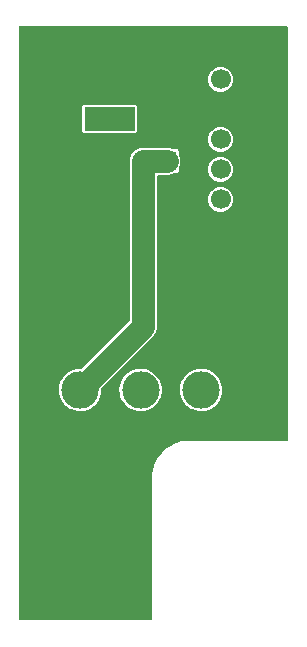
<source format=gbl>
G04 #@! TF.GenerationSoftware,KiCad,Pcbnew,(6.0.7)*
G04 #@! TF.CreationDate,2022-08-26T23:00:58+02:00*
G04 #@! TF.ProjectId,a1200_pwr,61313230-305f-4707-9772-2e6b69636164,2*
G04 #@! TF.SameCoordinates,Original*
G04 #@! TF.FileFunction,Copper,L2,Bot*
G04 #@! TF.FilePolarity,Positive*
%FSLAX46Y46*%
G04 Gerber Fmt 4.6, Leading zero omitted, Abs format (unit mm)*
G04 Created by KiCad (PCBNEW (6.0.7)) date 2022-08-26 23:00:58*
%MOMM*%
%LPD*%
G01*
G04 APERTURE LIST*
G04 #@! TA.AperFunction,ComponentPad*
%ADD10R,4.200000X2.000000*%
G04 #@! TD*
G04 #@! TA.AperFunction,ComponentPad*
%ADD11R,2.000000X4.200000*%
G04 #@! TD*
G04 #@! TA.AperFunction,ComponentPad*
%ADD12C,3.175000*%
G04 #@! TD*
G04 #@! TA.AperFunction,ComponentPad*
%ADD13C,2.286000*%
G04 #@! TD*
G04 #@! TA.AperFunction,ComponentPad*
%ADD14R,1.600000X1.600000*%
G04 #@! TD*
G04 #@! TA.AperFunction,ComponentPad*
%ADD15C,1.600000*%
G04 #@! TD*
G04 #@! TA.AperFunction,ComponentPad*
%ADD16C,1.700000*%
G04 #@! TD*
G04 #@! TA.AperFunction,ViaPad*
%ADD17C,0.800000*%
G04 #@! TD*
G04 #@! TA.AperFunction,ViaPad*
%ADD18C,1.200000*%
G04 #@! TD*
G04 #@! TA.AperFunction,Conductor*
%ADD19C,1.905000*%
G04 #@! TD*
G04 APERTURE END LIST*
D10*
X146128883Y-87436955D03*
X146128883Y-81436955D03*
D11*
X141428883Y-84436955D03*
D12*
X143631883Y-110394355D03*
X148761883Y-110394355D03*
X153891883Y-110394355D03*
X159021883Y-110394355D03*
D13*
X147987883Y-82985355D03*
X150476883Y-82985355D03*
X152965883Y-82985355D03*
D14*
X151010283Y-91011755D03*
D15*
X151010283Y-93511755D03*
D16*
X155528883Y-89184355D03*
X155528883Y-91724355D03*
X155528883Y-94264355D03*
X155528883Y-84104355D03*
D17*
X159341483Y-105972355D03*
X158350883Y-105959655D03*
X143847483Y-116341905D03*
X159366883Y-84649055D03*
X159366883Y-86427055D03*
X160433683Y-107293155D03*
X160433683Y-105972355D03*
X142691783Y-129219705D03*
X140608983Y-129219705D03*
X146281283Y-98523955D03*
X143995283Y-100860755D03*
X159354183Y-88446355D03*
X146281283Y-100826888D03*
X141434483Y-81334355D03*
X144774583Y-129219705D03*
X146281283Y-103129821D03*
X146281283Y-105432755D03*
X157131683Y-86414355D03*
X159366883Y-82871055D03*
X143995283Y-103146755D03*
D18*
X148978283Y-91037155D03*
D19*
X148978283Y-91037155D02*
X150984883Y-91037155D01*
X143631883Y-110394355D02*
X148978283Y-105047955D01*
X148978283Y-105047955D02*
X148978283Y-91037155D01*
G04 #@! TA.AperFunction,Conductor*
G36*
X161218104Y-79627657D02*
G01*
X161264597Y-79681313D01*
X161275983Y-79733655D01*
X161275983Y-114565455D01*
X161255981Y-114633576D01*
X161202325Y-114680069D01*
X161149983Y-114691455D01*
X152915602Y-114691455D01*
X152907238Y-114690354D01*
X152894903Y-114690354D01*
X152878882Y-114686061D01*
X152873802Y-114687422D01*
X152548865Y-114704453D01*
X152222463Y-114756151D01*
X151903253Y-114841684D01*
X151900171Y-114842867D01*
X151900165Y-114842869D01*
X151710672Y-114915609D01*
X151594733Y-114960114D01*
X151591793Y-114961612D01*
X151303222Y-115108646D01*
X151303215Y-115108650D01*
X151300281Y-115110145D01*
X151023125Y-115290131D01*
X151020568Y-115292202D01*
X151020562Y-115292206D01*
X150862507Y-115420197D01*
X150766301Y-115498102D01*
X150532622Y-115731779D01*
X150324648Y-115988601D01*
X150144659Y-116265756D01*
X149994626Y-116560206D01*
X149876193Y-116868725D01*
X149790657Y-117187934D01*
X149790141Y-117191191D01*
X149790139Y-117191201D01*
X149787031Y-117210823D01*
X149738956Y-117514335D01*
X149721916Y-117839403D01*
X149720589Y-117844353D01*
X149724883Y-117860378D01*
X149724882Y-117872765D01*
X149725975Y-117881073D01*
X149723247Y-129772684D01*
X149703229Y-129840800D01*
X149649563Y-129887281D01*
X149597247Y-129898655D01*
X138554999Y-129898655D01*
X138486878Y-129878653D01*
X138440385Y-129824997D01*
X138428999Y-129772648D01*
X138430073Y-110347419D01*
X141839483Y-110347419D01*
X141839707Y-110352085D01*
X141839707Y-110352091D01*
X141841889Y-110397515D01*
X141852234Y-110612868D01*
X141904080Y-110873517D01*
X141993883Y-111123639D01*
X142119670Y-111357741D01*
X142122465Y-111361484D01*
X142122467Y-111361487D01*
X142275886Y-111566940D01*
X142275891Y-111566946D01*
X142278678Y-111570678D01*
X142281987Y-111573958D01*
X142281992Y-111573964D01*
X142385167Y-111676242D01*
X142467414Y-111757774D01*
X142471176Y-111760532D01*
X142471179Y-111760535D01*
X142582169Y-111841916D01*
X142681730Y-111914917D01*
X142685865Y-111917093D01*
X142685869Y-111917095D01*
X142809834Y-111982316D01*
X142916920Y-112038657D01*
X143167817Y-112126274D01*
X143172410Y-112127146D01*
X143424319Y-112174972D01*
X143424322Y-112174972D01*
X143428908Y-112175843D01*
X143561683Y-112181060D01*
X143689790Y-112186094D01*
X143689796Y-112186094D01*
X143694458Y-112186277D01*
X143789730Y-112175843D01*
X143953981Y-112157855D01*
X143953986Y-112157854D01*
X143958634Y-112157345D01*
X143963158Y-112156154D01*
X144211108Y-112090874D01*
X144211110Y-112090873D01*
X144215631Y-112089683D01*
X144219928Y-112087837D01*
X144455511Y-111986623D01*
X144455513Y-111986622D01*
X144459805Y-111984778D01*
X144577167Y-111912152D01*
X144681817Y-111847393D01*
X144681821Y-111847390D01*
X144685790Y-111844934D01*
X144785486Y-111760535D01*
X144885057Y-111676242D01*
X144885058Y-111676241D01*
X144888623Y-111673223D01*
X145063848Y-111473418D01*
X145135844Y-111361487D01*
X145205086Y-111253838D01*
X145205089Y-111253833D01*
X145207614Y-111249907D01*
X145316765Y-111007602D01*
X145318035Y-111003099D01*
X145387632Y-110756328D01*
X145387633Y-110756325D01*
X145388902Y-110751824D01*
X145405996Y-110617458D01*
X145422042Y-110491325D01*
X145422042Y-110491319D01*
X145422440Y-110488194D01*
X145424897Y-110394355D01*
X145421409Y-110347419D01*
X146969483Y-110347419D01*
X146969707Y-110352085D01*
X146969707Y-110352091D01*
X146971889Y-110397515D01*
X146982234Y-110612868D01*
X147034080Y-110873517D01*
X147123883Y-111123639D01*
X147249670Y-111357741D01*
X147252465Y-111361484D01*
X147252467Y-111361487D01*
X147405886Y-111566940D01*
X147405891Y-111566946D01*
X147408678Y-111570678D01*
X147411987Y-111573958D01*
X147411992Y-111573964D01*
X147515167Y-111676242D01*
X147597414Y-111757774D01*
X147601176Y-111760532D01*
X147601179Y-111760535D01*
X147712169Y-111841916D01*
X147811730Y-111914917D01*
X147815865Y-111917093D01*
X147815869Y-111917095D01*
X147939834Y-111982316D01*
X148046920Y-112038657D01*
X148297817Y-112126274D01*
X148302410Y-112127146D01*
X148554319Y-112174972D01*
X148554322Y-112174972D01*
X148558908Y-112175843D01*
X148691683Y-112181060D01*
X148819790Y-112186094D01*
X148819796Y-112186094D01*
X148824458Y-112186277D01*
X148919730Y-112175843D01*
X149083981Y-112157855D01*
X149083986Y-112157854D01*
X149088634Y-112157345D01*
X149093158Y-112156154D01*
X149341108Y-112090874D01*
X149341110Y-112090873D01*
X149345631Y-112089683D01*
X149349928Y-112087837D01*
X149585511Y-111986623D01*
X149585513Y-111986622D01*
X149589805Y-111984778D01*
X149707167Y-111912152D01*
X149811817Y-111847393D01*
X149811821Y-111847390D01*
X149815790Y-111844934D01*
X149915486Y-111760535D01*
X150015057Y-111676242D01*
X150015058Y-111676241D01*
X150018623Y-111673223D01*
X150193848Y-111473418D01*
X150265844Y-111361487D01*
X150335086Y-111253838D01*
X150335089Y-111253833D01*
X150337614Y-111249907D01*
X150446765Y-111007602D01*
X150448035Y-111003099D01*
X150517632Y-110756328D01*
X150517633Y-110756325D01*
X150518902Y-110751824D01*
X150535996Y-110617458D01*
X150552042Y-110491325D01*
X150552042Y-110491319D01*
X150552440Y-110488194D01*
X150554897Y-110394355D01*
X150551409Y-110347419D01*
X152099483Y-110347419D01*
X152099707Y-110352085D01*
X152099707Y-110352091D01*
X152101889Y-110397515D01*
X152112234Y-110612868D01*
X152164080Y-110873517D01*
X152253883Y-111123639D01*
X152379670Y-111357741D01*
X152382465Y-111361484D01*
X152382467Y-111361487D01*
X152535886Y-111566940D01*
X152535891Y-111566946D01*
X152538678Y-111570678D01*
X152541987Y-111573958D01*
X152541992Y-111573964D01*
X152645167Y-111676242D01*
X152727414Y-111757774D01*
X152731176Y-111760532D01*
X152731179Y-111760535D01*
X152842169Y-111841916D01*
X152941730Y-111914917D01*
X152945865Y-111917093D01*
X152945869Y-111917095D01*
X153069834Y-111982316D01*
X153176920Y-112038657D01*
X153427817Y-112126274D01*
X153432410Y-112127146D01*
X153684319Y-112174972D01*
X153684322Y-112174972D01*
X153688908Y-112175843D01*
X153821683Y-112181060D01*
X153949790Y-112186094D01*
X153949796Y-112186094D01*
X153954458Y-112186277D01*
X154049730Y-112175843D01*
X154213981Y-112157855D01*
X154213986Y-112157854D01*
X154218634Y-112157345D01*
X154223158Y-112156154D01*
X154471108Y-112090874D01*
X154471110Y-112090873D01*
X154475631Y-112089683D01*
X154479928Y-112087837D01*
X154715511Y-111986623D01*
X154715513Y-111986622D01*
X154719805Y-111984778D01*
X154837167Y-111912152D01*
X154941817Y-111847393D01*
X154941821Y-111847390D01*
X154945790Y-111844934D01*
X155045486Y-111760535D01*
X155145057Y-111676242D01*
X155145058Y-111676241D01*
X155148623Y-111673223D01*
X155323848Y-111473418D01*
X155395844Y-111361487D01*
X155465086Y-111253838D01*
X155465089Y-111253833D01*
X155467614Y-111249907D01*
X155576765Y-111007602D01*
X155578035Y-111003099D01*
X155647632Y-110756328D01*
X155647633Y-110756325D01*
X155648902Y-110751824D01*
X155665996Y-110617458D01*
X155682042Y-110491325D01*
X155682042Y-110491319D01*
X155682440Y-110488194D01*
X155684897Y-110394355D01*
X155677942Y-110300761D01*
X155665548Y-110133983D01*
X155665547Y-110133979D01*
X155665202Y-110129331D01*
X155606551Y-109870128D01*
X155510231Y-109622443D01*
X155507913Y-109618387D01*
X155380678Y-109395771D01*
X155380676Y-109395769D01*
X155378359Y-109391714D01*
X155213832Y-109183012D01*
X155020263Y-109000921D01*
X154801906Y-108849442D01*
X154680325Y-108789485D01*
X154567744Y-108733965D01*
X154567740Y-108733964D01*
X154563558Y-108731901D01*
X154310454Y-108650882D01*
X154167121Y-108627539D01*
X154052766Y-108608915D01*
X154052765Y-108608915D01*
X154048154Y-108608164D01*
X153911564Y-108606376D01*
X153787098Y-108604746D01*
X153787095Y-108604746D01*
X153782422Y-108604685D01*
X153628996Y-108625566D01*
X153523728Y-108639892D01*
X153523724Y-108639893D01*
X153519094Y-108640523D01*
X153263956Y-108714889D01*
X153022613Y-108826150D01*
X153018708Y-108828710D01*
X153018703Y-108828713D01*
X152983029Y-108852102D01*
X152800365Y-108971861D01*
X152602097Y-109148823D01*
X152432162Y-109353146D01*
X152294296Y-109580344D01*
X152191525Y-109825423D01*
X152126109Y-110083001D01*
X152099483Y-110347419D01*
X150551409Y-110347419D01*
X150547942Y-110300761D01*
X150535548Y-110133983D01*
X150535547Y-110133979D01*
X150535202Y-110129331D01*
X150476551Y-109870128D01*
X150380231Y-109622443D01*
X150377913Y-109618387D01*
X150250678Y-109395771D01*
X150250676Y-109395769D01*
X150248359Y-109391714D01*
X150083832Y-109183012D01*
X149890263Y-109000921D01*
X149671906Y-108849442D01*
X149550325Y-108789485D01*
X149437744Y-108733965D01*
X149437740Y-108733964D01*
X149433558Y-108731901D01*
X149180454Y-108650882D01*
X149037121Y-108627539D01*
X148922766Y-108608915D01*
X148922765Y-108608915D01*
X148918154Y-108608164D01*
X148781564Y-108606376D01*
X148657098Y-108604746D01*
X148657095Y-108604746D01*
X148652422Y-108604685D01*
X148498996Y-108625566D01*
X148393728Y-108639892D01*
X148393724Y-108639893D01*
X148389094Y-108640523D01*
X148133956Y-108714889D01*
X147892613Y-108826150D01*
X147888708Y-108828710D01*
X147888703Y-108828713D01*
X147853029Y-108852102D01*
X147670365Y-108971861D01*
X147472097Y-109148823D01*
X147302162Y-109353146D01*
X147164296Y-109580344D01*
X147061525Y-109825423D01*
X146996109Y-110083001D01*
X146969483Y-110347419D01*
X145421409Y-110347419D01*
X145417941Y-110300760D01*
X145432839Y-110231345D01*
X145454499Y-110202327D01*
X149763077Y-105893750D01*
X149769094Y-105888113D01*
X149813882Y-105848835D01*
X149818223Y-105845028D01*
X149821799Y-105840492D01*
X149873440Y-105774986D01*
X149875515Y-105772424D01*
X149928875Y-105708264D01*
X149928879Y-105708258D01*
X149932571Y-105703819D01*
X149935395Y-105698777D01*
X149937027Y-105696402D01*
X149944285Y-105685540D01*
X149945837Y-105683151D01*
X149949413Y-105678614D01*
X149990952Y-105599661D01*
X149992519Y-105596774D01*
X150033291Y-105523972D01*
X150036114Y-105518932D01*
X150037971Y-105513461D01*
X150039194Y-105510714D01*
X150044248Y-105498949D01*
X150045391Y-105496189D01*
X150048080Y-105491079D01*
X150074531Y-105405895D01*
X150075549Y-105402760D01*
X150104229Y-105318271D01*
X150105058Y-105312553D01*
X150105730Y-105309754D01*
X150108585Y-105297139D01*
X150109204Y-105294226D01*
X150110919Y-105288704D01*
X150121405Y-105200107D01*
X150121835Y-105196841D01*
X150133808Y-105114270D01*
X150133808Y-105114266D01*
X150134636Y-105108557D01*
X150131380Y-105025682D01*
X150131283Y-105020736D01*
X150131283Y-94249617D01*
X154473403Y-94249617D01*
X154490642Y-94454908D01*
X154547427Y-94652941D01*
X154550242Y-94658418D01*
X154550243Y-94658421D01*
X154571130Y-94699062D01*
X154641595Y-94836173D01*
X154769560Y-94997625D01*
X154926447Y-95131146D01*
X155106281Y-95231652D01*
X155201121Y-95262468D01*
X155296354Y-95293411D01*
X155296358Y-95293412D01*
X155302212Y-95295314D01*
X155506777Y-95319706D01*
X155512912Y-95319234D01*
X155512914Y-95319234D01*
X155568922Y-95314924D01*
X155712183Y-95303901D01*
X155718113Y-95302245D01*
X155718115Y-95302245D01*
X155904680Y-95250155D01*
X155904679Y-95250155D01*
X155910608Y-95248500D01*
X155916097Y-95245727D01*
X155916103Y-95245725D01*
X156088999Y-95158388D01*
X156094493Y-95155613D01*
X156256834Y-95028779D01*
X156391447Y-94872827D01*
X156412270Y-94836173D01*
X156490159Y-94699062D01*
X156493206Y-94693699D01*
X156558234Y-94498218D01*
X156584054Y-94293829D01*
X156584466Y-94264355D01*
X156564363Y-94059325D01*
X156504818Y-93862104D01*
X156408101Y-93680204D01*
X156334742Y-93590257D01*
X156281789Y-93525330D01*
X156281786Y-93525327D01*
X156277894Y-93520555D01*
X156260669Y-93506305D01*
X156123908Y-93393166D01*
X156123904Y-93393164D01*
X156119158Y-93389237D01*
X155937938Y-93291252D01*
X155741137Y-93230332D01*
X155735012Y-93229688D01*
X155735011Y-93229688D01*
X155542381Y-93209442D01*
X155542379Y-93209442D01*
X155536252Y-93208798D01*
X155449412Y-93216701D01*
X155337225Y-93226910D01*
X155337222Y-93226911D01*
X155331086Y-93227469D01*
X155133455Y-93285635D01*
X154950885Y-93381081D01*
X154946084Y-93384941D01*
X154946081Y-93384943D01*
X154935854Y-93393166D01*
X154790330Y-93510170D01*
X154657907Y-93667985D01*
X154654939Y-93673383D01*
X154654936Y-93673388D01*
X154648198Y-93685645D01*
X154558659Y-93848517D01*
X154496367Y-94044887D01*
X154495681Y-94051004D01*
X154495680Y-94051008D01*
X154474090Y-94243492D01*
X154473403Y-94249617D01*
X150131283Y-94249617D01*
X150131283Y-92316155D01*
X150151285Y-92248034D01*
X150204941Y-92201541D01*
X150257283Y-92190155D01*
X151038644Y-92190155D01*
X151195901Y-92175705D01*
X151201463Y-92174136D01*
X151201465Y-92174136D01*
X151297876Y-92146945D01*
X151399852Y-92118185D01*
X151588308Y-92025249D01*
X151644035Y-92012255D01*
X151830031Y-92012255D01*
X151836099Y-92011048D01*
X151876344Y-92003043D01*
X151876345Y-92003043D01*
X151888514Y-92000622D01*
X151954835Y-91956307D01*
X151999150Y-91889986D01*
X152010783Y-91831503D01*
X152010783Y-91709617D01*
X154473403Y-91709617D01*
X154490642Y-91914908D01*
X154492341Y-91920833D01*
X154513244Y-91993729D01*
X154547427Y-92112941D01*
X154550242Y-92118418D01*
X154550243Y-92118421D01*
X154587109Y-92190155D01*
X154641595Y-92296173D01*
X154769560Y-92457625D01*
X154926447Y-92591146D01*
X155106281Y-92691652D01*
X155201121Y-92722468D01*
X155296354Y-92753411D01*
X155296358Y-92753412D01*
X155302212Y-92755314D01*
X155506777Y-92779706D01*
X155512912Y-92779234D01*
X155512914Y-92779234D01*
X155568922Y-92774924D01*
X155712183Y-92763901D01*
X155718113Y-92762245D01*
X155718115Y-92762245D01*
X155904680Y-92710155D01*
X155904679Y-92710155D01*
X155910608Y-92708500D01*
X155916097Y-92705727D01*
X155916103Y-92705725D01*
X156088999Y-92618388D01*
X156094493Y-92615613D01*
X156256834Y-92488779D01*
X156391447Y-92332827D01*
X156412270Y-92296173D01*
X156490159Y-92159062D01*
X156493206Y-92153699D01*
X156558234Y-91958218D01*
X156584054Y-91753829D01*
X156584466Y-91724355D01*
X156564363Y-91519325D01*
X156504818Y-91322104D01*
X156408101Y-91140204D01*
X156312115Y-91022514D01*
X156281789Y-90985330D01*
X156281786Y-90985327D01*
X156277894Y-90980555D01*
X156271056Y-90974898D01*
X156123908Y-90853166D01*
X156123904Y-90853164D01*
X156119158Y-90849237D01*
X155937938Y-90751252D01*
X155741137Y-90690332D01*
X155735012Y-90689688D01*
X155735011Y-90689688D01*
X155542381Y-90669442D01*
X155542379Y-90669442D01*
X155536252Y-90668798D01*
X155449412Y-90676701D01*
X155337225Y-90686910D01*
X155337222Y-90686911D01*
X155331086Y-90687469D01*
X155133455Y-90745635D01*
X155127990Y-90748492D01*
X155117106Y-90754182D01*
X154950885Y-90841081D01*
X154946084Y-90844941D01*
X154946081Y-90844943D01*
X154827100Y-90940606D01*
X154790330Y-90970170D01*
X154657907Y-91127985D01*
X154654939Y-91133383D01*
X154654936Y-91133388D01*
X154561626Y-91303120D01*
X154558659Y-91308517D01*
X154496367Y-91504887D01*
X154495681Y-91511004D01*
X154495680Y-91511008D01*
X154474090Y-91703492D01*
X154473403Y-91709617D01*
X152010783Y-91709617D01*
X152010783Y-91601674D01*
X152019753Y-91554984D01*
X152092999Y-91371391D01*
X152095139Y-91366028D01*
X152102703Y-91328004D01*
X152135353Y-91163860D01*
X152135353Y-91163857D01*
X152136480Y-91158193D01*
X152136645Y-91145645D01*
X152138914Y-90972179D01*
X152139253Y-90946304D01*
X152133092Y-90910450D01*
X152104345Y-90743148D01*
X152104344Y-90743145D01*
X152103367Y-90737458D01*
X152030023Y-90538649D01*
X152027072Y-90533688D01*
X152024581Y-90528466D01*
X152026193Y-90527697D01*
X152010783Y-90471662D01*
X152010783Y-90192007D01*
X151999150Y-90133524D01*
X151954835Y-90067203D01*
X151888514Y-90022888D01*
X151876345Y-90020467D01*
X151876344Y-90020467D01*
X151836099Y-90012462D01*
X151830031Y-90011255D01*
X151542564Y-90011255D01*
X151483896Y-89996763D01*
X151428007Y-89967358D01*
X151252282Y-89912794D01*
X151231149Y-89906232D01*
X151231148Y-89906232D01*
X151225632Y-89904519D01*
X151188905Y-89900172D01*
X151057265Y-89884591D01*
X151057258Y-89884591D01*
X151053578Y-89884155D01*
X148992924Y-89884155D01*
X148991275Y-89884144D01*
X148887432Y-89882785D01*
X148881736Y-89883764D01*
X148881732Y-89883764D01*
X148832539Y-89892217D01*
X148822732Y-89893508D01*
X148773020Y-89898076D01*
X148773018Y-89898076D01*
X148767265Y-89898605D01*
X148729800Y-89909171D01*
X148716943Y-89912080D01*
X148678586Y-89918671D01*
X148657049Y-89926617D01*
X148626336Y-89937947D01*
X148616926Y-89941004D01*
X148568879Y-89954554D01*
X148568864Y-89954560D01*
X148563314Y-89956125D01*
X148558138Y-89958677D01*
X148558134Y-89958679D01*
X148528411Y-89973337D01*
X148516294Y-89978543D01*
X148479777Y-89992015D01*
X148474819Y-89994965D01*
X148474810Y-89994969D01*
X148431910Y-90020492D01*
X148423217Y-90025213D01*
X148373261Y-90049849D01*
X148368629Y-90053308D01*
X148342073Y-90073137D01*
X148331111Y-90080462D01*
X148316746Y-90089009D01*
X148297663Y-90100362D01*
X148255782Y-90137090D01*
X148248101Y-90143310D01*
X148208098Y-90173181D01*
X148208091Y-90173187D01*
X148203470Y-90176638D01*
X148199557Y-90180870D01*
X148199548Y-90180879D01*
X148177046Y-90205222D01*
X148167601Y-90214423D01*
X148138343Y-90240082D01*
X148103849Y-90283837D01*
X148097456Y-90291322D01*
X148059627Y-90332246D01*
X148038851Y-90365175D01*
X148031248Y-90375932D01*
X148007153Y-90406496D01*
X148004465Y-90411605D01*
X147981221Y-90455785D01*
X147976281Y-90464341D01*
X147946551Y-90511461D01*
X147944411Y-90516825D01*
X147932131Y-90547606D01*
X147926609Y-90559584D01*
X147911179Y-90588912D01*
X147908486Y-90594031D01*
X147906773Y-90599549D01*
X147891971Y-90647217D01*
X147888669Y-90656540D01*
X147870168Y-90702914D01*
X147870166Y-90702920D01*
X147868027Y-90708282D01*
X147862224Y-90737458D01*
X147860433Y-90746461D01*
X147857186Y-90759245D01*
X147845647Y-90796406D01*
X147844969Y-90802134D01*
X147839100Y-90851719D01*
X147837554Y-90861478D01*
X147826686Y-90916117D01*
X147826610Y-90921895D01*
X147826610Y-90921898D01*
X147826176Y-90955039D01*
X147825787Y-90961061D01*
X147825938Y-90961070D01*
X147825720Y-90964766D01*
X147825283Y-90968460D01*
X147825283Y-91022514D01*
X147825272Y-91024162D01*
X147823913Y-91128006D01*
X147824892Y-91133704D01*
X147824895Y-91133741D01*
X147825283Y-91143626D01*
X147825283Y-104518176D01*
X147805281Y-104586297D01*
X147788378Y-104607271D01*
X143825084Y-108570565D01*
X143762772Y-108604591D01*
X143734340Y-108607459D01*
X143527098Y-108604746D01*
X143527095Y-108604746D01*
X143522422Y-108604685D01*
X143368996Y-108625566D01*
X143263728Y-108639892D01*
X143263724Y-108639893D01*
X143259094Y-108640523D01*
X143003956Y-108714889D01*
X142762613Y-108826150D01*
X142758708Y-108828710D01*
X142758703Y-108828713D01*
X142723029Y-108852102D01*
X142540365Y-108971861D01*
X142342097Y-109148823D01*
X142172162Y-109353146D01*
X142034296Y-109580344D01*
X141931525Y-109825423D01*
X141866109Y-110083001D01*
X141839483Y-110347419D01*
X138430073Y-110347419D01*
X138431090Y-91964070D01*
X138431245Y-89169617D01*
X154473403Y-89169617D01*
X154490642Y-89374908D01*
X154547427Y-89572941D01*
X154550242Y-89578418D01*
X154550243Y-89578421D01*
X154571130Y-89619062D01*
X154641595Y-89756173D01*
X154769560Y-89917625D01*
X154774253Y-89921619D01*
X154774254Y-89921620D01*
X154890429Y-90020492D01*
X154926447Y-90051146D01*
X154931825Y-90054152D01*
X154931827Y-90054153D01*
X154963446Y-90071824D01*
X155106281Y-90151652D01*
X155183180Y-90176638D01*
X155296354Y-90213411D01*
X155296358Y-90213412D01*
X155302212Y-90215314D01*
X155506777Y-90239706D01*
X155512912Y-90239234D01*
X155512914Y-90239234D01*
X155568922Y-90234924D01*
X155712183Y-90223901D01*
X155718113Y-90222245D01*
X155718115Y-90222245D01*
X155904680Y-90170155D01*
X155904679Y-90170155D01*
X155910608Y-90168500D01*
X155916097Y-90165727D01*
X155916103Y-90165725D01*
X156051344Y-90097409D01*
X156094493Y-90075613D01*
X156105258Y-90067203D01*
X156204051Y-89990017D01*
X156256834Y-89948779D01*
X156282823Y-89918671D01*
X156387423Y-89797489D01*
X156387423Y-89797488D01*
X156391447Y-89792827D01*
X156412270Y-89756173D01*
X156490159Y-89619062D01*
X156493206Y-89613699D01*
X156558234Y-89418218D01*
X156584054Y-89213829D01*
X156584466Y-89184355D01*
X156564363Y-88979325D01*
X156504818Y-88782104D01*
X156408101Y-88600204D01*
X156296013Y-88462771D01*
X156281789Y-88445330D01*
X156281786Y-88445327D01*
X156277894Y-88440555D01*
X156260669Y-88426305D01*
X156123908Y-88313166D01*
X156123904Y-88313164D01*
X156119158Y-88309237D01*
X155937938Y-88211252D01*
X155741137Y-88150332D01*
X155735012Y-88149688D01*
X155735011Y-88149688D01*
X155542381Y-88129442D01*
X155542379Y-88129442D01*
X155536252Y-88128798D01*
X155449412Y-88136701D01*
X155337225Y-88146910D01*
X155337222Y-88146911D01*
X155331086Y-88147469D01*
X155133455Y-88205635D01*
X154950885Y-88301081D01*
X154946084Y-88304941D01*
X154946081Y-88304943D01*
X154935854Y-88313166D01*
X154790330Y-88430170D01*
X154657907Y-88587985D01*
X154654939Y-88593383D01*
X154654936Y-88593388D01*
X154561626Y-88763120D01*
X154558659Y-88768517D01*
X154496367Y-88964887D01*
X154495681Y-88971004D01*
X154495680Y-88971008D01*
X154474090Y-89163492D01*
X154473403Y-89169617D01*
X138431245Y-89169617D01*
X138431284Y-88456703D01*
X143828383Y-88456703D01*
X143840016Y-88515186D01*
X143884331Y-88581507D01*
X143950652Y-88625822D01*
X143962821Y-88628243D01*
X143962822Y-88628243D01*
X144003067Y-88636248D01*
X144009135Y-88637455D01*
X148248631Y-88637455D01*
X148254699Y-88636248D01*
X148294944Y-88628243D01*
X148294945Y-88628243D01*
X148307114Y-88625822D01*
X148373435Y-88581507D01*
X148417750Y-88515186D01*
X148429383Y-88456703D01*
X148429383Y-86417207D01*
X148417750Y-86358724D01*
X148373435Y-86292403D01*
X148307114Y-86248088D01*
X148294945Y-86245667D01*
X148294944Y-86245667D01*
X148254699Y-86237662D01*
X148248631Y-86236455D01*
X144009135Y-86236455D01*
X144003067Y-86237662D01*
X143962822Y-86245667D01*
X143962821Y-86245667D01*
X143950652Y-86248088D01*
X143884331Y-86292403D01*
X143840016Y-86358724D01*
X143828383Y-86417207D01*
X143828383Y-88456703D01*
X138431284Y-88456703D01*
X138431526Y-84089617D01*
X154473403Y-84089617D01*
X154490642Y-84294908D01*
X154547427Y-84492941D01*
X154550242Y-84498418D01*
X154550243Y-84498421D01*
X154571130Y-84539062D01*
X154641595Y-84676173D01*
X154769560Y-84837625D01*
X154926447Y-84971146D01*
X155106281Y-85071652D01*
X155201121Y-85102468D01*
X155296354Y-85133411D01*
X155296358Y-85133412D01*
X155302212Y-85135314D01*
X155506777Y-85159706D01*
X155512912Y-85159234D01*
X155512914Y-85159234D01*
X155568922Y-85154924D01*
X155712183Y-85143901D01*
X155718113Y-85142245D01*
X155718115Y-85142245D01*
X155904680Y-85090155D01*
X155904679Y-85090155D01*
X155910608Y-85088500D01*
X155916097Y-85085727D01*
X155916103Y-85085725D01*
X156088999Y-84998388D01*
X156094493Y-84995613D01*
X156256834Y-84868779D01*
X156391447Y-84712827D01*
X156412270Y-84676173D01*
X156490159Y-84539062D01*
X156493206Y-84533699D01*
X156558234Y-84338218D01*
X156584054Y-84133829D01*
X156584466Y-84104355D01*
X156564363Y-83899325D01*
X156504818Y-83702104D01*
X156408101Y-83520204D01*
X156334742Y-83430257D01*
X156281789Y-83365330D01*
X156281786Y-83365327D01*
X156277894Y-83360555D01*
X156260669Y-83346305D01*
X156123908Y-83233166D01*
X156123904Y-83233164D01*
X156119158Y-83229237D01*
X155937938Y-83131252D01*
X155741137Y-83070332D01*
X155735012Y-83069688D01*
X155735011Y-83069688D01*
X155542381Y-83049442D01*
X155542379Y-83049442D01*
X155536252Y-83048798D01*
X155449412Y-83056701D01*
X155337225Y-83066910D01*
X155337222Y-83066911D01*
X155331086Y-83067469D01*
X155133455Y-83125635D01*
X154950885Y-83221081D01*
X154946084Y-83224941D01*
X154946081Y-83224943D01*
X154935854Y-83233166D01*
X154790330Y-83350170D01*
X154657907Y-83507985D01*
X154654939Y-83513383D01*
X154654936Y-83513388D01*
X154648198Y-83525645D01*
X154558659Y-83688517D01*
X154496367Y-83884887D01*
X154495681Y-83891004D01*
X154495680Y-83891008D01*
X154474090Y-84083492D01*
X154473403Y-84089617D01*
X138431526Y-84089617D01*
X138431767Y-79733648D01*
X138451773Y-79665528D01*
X138505431Y-79619038D01*
X138557767Y-79607655D01*
X161149983Y-79607655D01*
X161218104Y-79627657D01*
G37*
G04 #@! TD.AperFunction*
M02*

</source>
